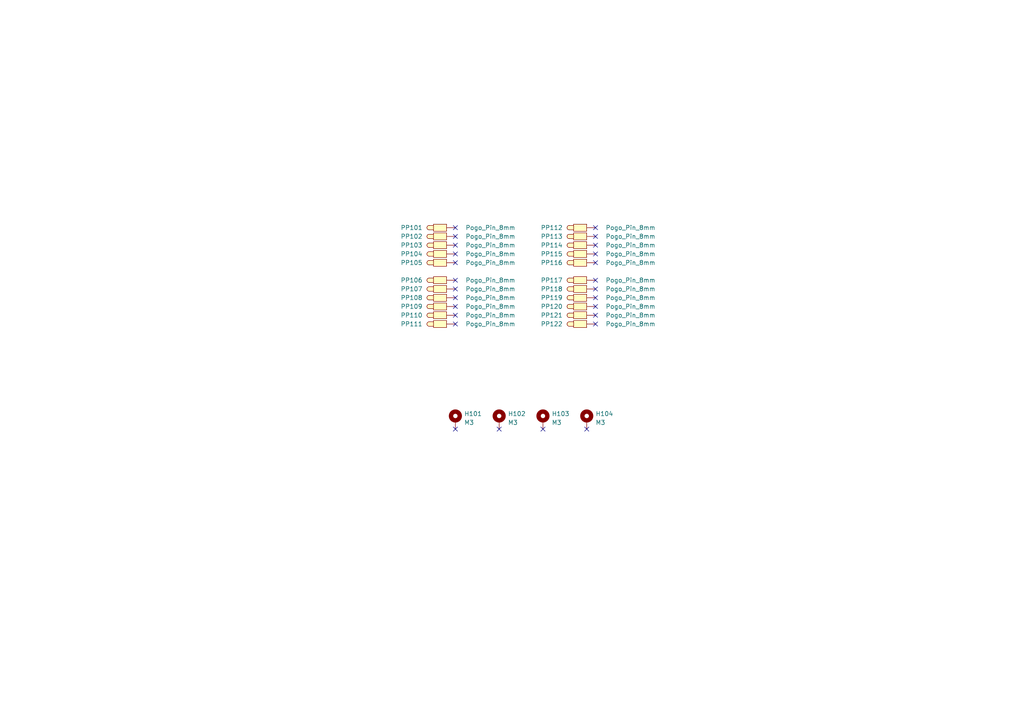
<source format=kicad_sch>
(kicad_sch (version 20230121) (generator eeschema)
  (paper "A4")
  (lib_symbols
    (symbol "Mechanical:MountingHole_Pad" (pin_numbers hide) (pin_names (offset 1.016) hide)
      (property "Reference" "H" (at 0 6.35 0))
      (property "Value" "MountingHole_Pad" (at 0 4.445 0))
      (symbol "MountingHole_Pad_0_1"
        (circle (center 0 1.27) (radius 1.27) (stroke (width 1.27)))
      )
      (symbol "MountingHole_Pad_1_1"
        (pin input line (at 0 -2.54 90) (length 2.54) (name "1") (number "1"))
      )
    )
    (symbol "watch_symbols_lib:Pogo_Pin_8mm" (pin_numbers hide) (pin_names (offset 0.762) hide)
      (property "Reference" "PP" (at 0 8.89 0))
      (property "Value" "Pogo_Pin_8mm" (at 0 7.112 0))
      (symbol "Pogo_Pin_8mm_0_1"
        (polyline (pts (xy -0.635 3.81) (xy -0.635 3.81) (xy -0.635 5.08)))
        (polyline (pts (xy 0.635 3.81) (xy 0.635 3.81) (xy 0.635 5.08)))
        (arc (start 0 5.715) (mid -0.449 5.529) (end -0.635 5.08))
        (arc (start 0.635 5.08) (mid 0.449 5.529) (end 0 5.715))
      )
      (symbol "Pogo_Pin_8mm_1_1"
        (rectangle (start -1.016 3.81) (end 1.016 0) (fill (type background)))
        (rectangle (start -0.635 5.08) (end 0.635 3.81) (stroke (width -0.0001)) (fill (type background)))
        (circle (center 0 5.08) (radius 0.635) (stroke (width -0.0001)) (fill (type background)))
        (pin passive line (at 0 -2.54 90) (length 2.54) (name "1") (number "1"))
      )
    )
  )
  (no_connect (at 132.08 81.28))
  (no_connect (at 172.72 81.28))
  (no_connect (at 172.72 88.9))
  (no_connect (at 132.08 83.82))
  (no_connect (at 132.08 88.9))
  (no_connect (at 132.08 68.58))
  (no_connect (at 172.72 76.2))
  (no_connect (at 172.72 73.66))
  (no_connect (at 132.08 71.12))
  (no_connect (at 132.08 86.36))
  (no_connect (at 172.72 93.98))
  (no_connect (at 172.72 71.12))
  (no_connect (at 172.72 66.04))
  (no_connect (at 132.08 124.46))
  (no_connect (at 132.08 66.04))
  (no_connect (at 172.72 86.36))
  (no_connect (at 157.48 124.46))
  (no_connect (at 144.78 124.46))
  (no_connect (at 132.08 91.44))
  (no_connect (at 132.08 93.98))
  (no_connect (at 132.08 73.66))
  (no_connect (at 172.72 68.58))
  (no_connect (at 172.72 91.44))
  (no_connect (at 132.08 76.2))
  (no_connect (at 172.72 83.82))
  (no_connect (at 170.18 124.46))
  (symbol (lib_id "Mechanical:MountingHole_Pad") (at 132.08 121.92 0) (unit 1)
    (property "Reference" "H101" (at 134.62 120.015 0) (effects (justify left)))
    (property "Value" "M3" (at 134.62 122.555 0) (effects (justify left)))
    (property "Footprint" "MountingHole:MountingHole_3.2mm_M3_DIN965_Pad_TopBottom" (effects hide))
  )
  (symbol (lib_id "watch_symbols_lib:Pogo_Pin_8mm") (at 170.18 76.2 90) (unit 1)
    (property "Reference" "PP116" (at 160.02 76.2 90))
    (property "Value" "Pogo_Pin_8mm" (at 182.88 76.2 90))
    (property "Footprint" "watch_footprints:Pogo_Pin_8mm" (effects hide))
  )
  (symbol (lib_id "watch_symbols_lib:Pogo_Pin_8mm") (at 170.18 86.36 90) (unit 1)
    (property "Reference" "PP119" (at 160.02 86.36 90))
    (property "Value" "Pogo_Pin_8mm" (at 182.88 86.36 90))
    (property "Footprint" "watch_footprints:Pogo_Pin_8mm" (effects hide))
  )
  (symbol (lib_id "watch_symbols_lib:Pogo_Pin_8mm") (at 170.18 81.28 90) (unit 1)
    (property "Reference" "PP117" (at 160.02 81.28 90))
    (property "Value" "Pogo_Pin_8mm" (at 182.88 81.28 90))
    (property "Footprint" "watch_footprints:Pogo_Pin_8mm" (effects hide))
  )
  (symbol (lib_id "watch_symbols_lib:Pogo_Pin_8mm") (at 129.54 88.9 90) (unit 1)
    (property "Reference" "PP109" (at 119.38 88.9 90))
    (property "Value" "Pogo_Pin_8mm" (at 142.24 88.9 90))
    (property "Footprint" "watch_footprints:Pogo_Pin_8mm" (effects hide))
  )
  (symbol (lib_id "Mechanical:MountingHole_Pad") (at 144.78 121.92 0) (unit 1)
    (property "Reference" "H102" (at 147.32 120.015 0) (effects (justify left)))
    (property "Value" "M3" (at 147.32 122.555 0) (effects (justify left)))
    (property "Footprint" "MountingHole:MountingHole_3.2mm_M3_DIN965_Pad_TopBottom" (effects hide))
  )
  (symbol (lib_id "watch_symbols_lib:Pogo_Pin_8mm") (at 170.18 91.44 90) (unit 1)
    (property "Reference" "PP121" (at 160.02 91.44 90))
    (property "Value" "Pogo_Pin_8mm" (at 182.88 91.44 90))
    (property "Footprint" "watch_footprints:Pogo_Pin_8mm" (effects hide))
  )
  (symbol (lib_id "Mechanical:MountingHole_Pad") (at 170.18 121.92 0) (unit 1)
    (property "Reference" "H104" (at 172.72 120.015 0) (effects (justify left)))
    (property "Value" "M3" (at 172.72 122.555 0) (effects (justify left)))
    (property "Footprint" "MountingHole:MountingHole_3.2mm_M3_DIN965_Pad_TopBottom" (effects hide))
  )
  (symbol (lib_id "watch_symbols_lib:Pogo_Pin_8mm") (at 129.54 86.36 90) (unit 1)
    (property "Reference" "PP108" (at 119.38 86.36 90))
    (property "Value" "Pogo_Pin_8mm" (at 142.24 86.36 90))
    (property "Footprint" "watch_footprints:Pogo_Pin_8mm" (effects hide))
  )
  (symbol (lib_id "watch_symbols_lib:Pogo_Pin_8mm") (at 170.18 93.98 90) (unit 1)
    (property "Reference" "PP122" (at 160.02 93.98 90))
    (property "Value" "Pogo_Pin_8mm" (at 182.88 93.98 90))
    (property "Footprint" "watch_footprints:Pogo_Pin_8mm" (effects hide))
  )
  (symbol (lib_id "watch_symbols_lib:Pogo_Pin_8mm") (at 129.54 66.04 90) (unit 1)
    (property "Reference" "PP101" (at 119.38 66.04 90))
    (property "Value" "Pogo_Pin_8mm" (at 142.24 66.04 90))
    (property "Footprint" "watch_footprints:Pogo_Pin_8mm" (effects hide))
  )
  (symbol (lib_id "watch_symbols_lib:Pogo_Pin_8mm") (at 129.54 71.12 90) (unit 1)
    (property "Reference" "PP103" (at 119.38 71.12 90))
    (property "Value" "Pogo_Pin_8mm" (at 142.24 71.12 90))
    (property "Footprint" "watch_footprints:Pogo_Pin_8mm" (effects hide))
  )
  (symbol (lib_id "watch_symbols_lib:Pogo_Pin_8mm") (at 129.54 73.66 90) (unit 1)
    (property "Reference" "PP104" (at 119.38 73.66 90))
    (property "Value" "Pogo_Pin_8mm" (at 142.24 73.66 90))
    (property "Footprint" "watch_footprints:Pogo_Pin_8mm" (effects hide))
  )
  (symbol (lib_id "watch_symbols_lib:Pogo_Pin_8mm") (at 170.18 83.82 90) (unit 1)
    (property "Reference" "PP118" (at 160.02 83.82 90))
    (property "Value" "Pogo_Pin_8mm" (at 182.88 83.82 90))
    (property "Footprint" "watch_footprints:Pogo_Pin_8mm" (effects hide))
  )
  (symbol (lib_id "watch_symbols_lib:Pogo_Pin_8mm") (at 170.18 71.12 90) (unit 1)
    (property "Reference" "PP114" (at 160.02 71.12 90))
    (property "Value" "Pogo_Pin_8mm" (at 182.88 71.12 90))
    (property "Footprint" "watch_footprints:Pogo_Pin_8mm" (effects hide))
  )
  (symbol (lib_id "watch_symbols_lib:Pogo_Pin_8mm") (at 129.54 91.44 90) (unit 1)
    (property "Reference" "PP110" (at 119.38 91.44 90))
    (property "Value" "Pogo_Pin_8mm" (at 142.24 91.44 90))
    (property "Footprint" "watch_footprints:Pogo_Pin_8mm" (effects hide))
  )
  (symbol (lib_id "watch_symbols_lib:Pogo_Pin_8mm") (at 129.54 76.2 90) (unit 1)
    (property "Reference" "PP105" (at 119.38 76.2 90))
    (property "Value" "Pogo_Pin_8mm" (at 142.24 76.2 90))
    (property "Footprint" "watch_footprints:Pogo_Pin_8mm" (effects hide))
  )
  (symbol (lib_id "Mechanical:MountingHole_Pad") (at 157.48 121.92 0) (unit 1)
    (property "Reference" "H103" (at 160.02 120.015 0) (effects (justify left)))
    (property "Value" "M3" (at 160.02 122.555 0) (effects (justify left)))
    (property "Footprint" "MountingHole:MountingHole_3.2mm_M3_DIN965_Pad_TopBottom" (effects hide))
  )
  (symbol (lib_id "watch_symbols_lib:Pogo_Pin_8mm") (at 170.18 73.66 90) (unit 1)
    (property "Reference" "PP115" (at 160.02 73.66 90))
    (property "Value" "Pogo_Pin_8mm" (at 182.88 73.66 90))
    (property "Footprint" "watch_footprints:Pogo_Pin_8mm" (effects hide))
  )
  (symbol (lib_id "watch_symbols_lib:Pogo_Pin_8mm") (at 129.54 81.28 90) (unit 1)
    (property "Reference" "PP106" (at 119.38 81.28 90))
    (property "Value" "Pogo_Pin_8mm" (at 142.24 81.28 90))
    (property "Footprint" "watch_footprints:Pogo_Pin_8mm" (effects hide))
  )
  (symbol (lib_id "watch_symbols_lib:Pogo_Pin_8mm") (at 170.18 88.9 90) (unit 1)
    (property "Reference" "PP120" (at 160.02 88.9 90))
    (property "Value" "Pogo_Pin_8mm" (at 182.88 88.9 90))
    (property "Footprint" "watch_footprints:Pogo_Pin_8mm" (effects hide))
  )
  (symbol (lib_id "watch_symbols_lib:Pogo_Pin_8mm") (at 129.54 68.58 90) (unit 1)
    (property "Reference" "PP102" (at 119.38 68.58 90))
    (property "Value" "Pogo_Pin_8mm" (at 142.24 68.58 90))
    (property "Footprint" "watch_footprints:Pogo_Pin_8mm" (effects hide))
  )
  (symbol (lib_id "watch_symbols_lib:Pogo_Pin_8mm") (at 170.18 68.58 90) (unit 1)
    (property "Reference" "PP113" (at 160.02 68.58 90))
    (property "Value" "Pogo_Pin_8mm" (at 182.88 68.58 90))
    (property "Footprint" "watch_footprints:Pogo_Pin_8mm" (effects hide))
  )
  (symbol (lib_id "watch_symbols_lib:Pogo_Pin_8mm") (at 170.18 66.04 90) (unit 1)
    (property "Reference" "PP112" (at 160.02 66.04 90))
    (property "Value" "Pogo_Pin_8mm" (at 182.88 66.04 90))
    (property "Footprint" "watch_footprints:Pogo_Pin_8mm" (effects hide))
  )
  (symbol (lib_id "watch_symbols_lib:Pogo_Pin_8mm") (at 129.54 93.98 90) (unit 1)
    (property "Reference" "PP111" (at 119.38 93.98 90))
    (property "Value" "Pogo_Pin_8mm" (at 142.24 93.98 90))
    (property "Footprint" "watch_footprints:Pogo_Pin_8mm" (effects hide))
  )
  (symbol (lib_id "watch_symbols_lib:Pogo_Pin_8mm") (at 129.54 83.82 90) (unit 1)
    (property "Reference" "PP107" (at 119.38 83.82 90))
    (property "Value" "Pogo_Pin_8mm" (at 142.24 83.82 90))
    (property "Footprint" "watch_footprints:Pogo_Pin_8mm" (effects hide))
  )
)
</source>
